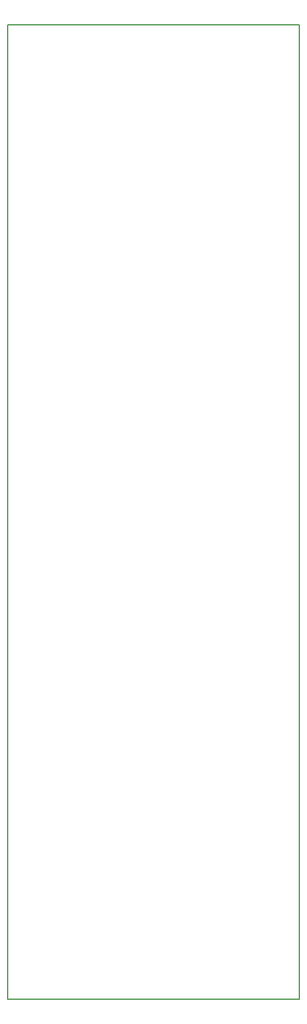
<source format=gbr>
%TF.GenerationSoftware,KiCad,Pcbnew,5.0.2-bee76a0~70~ubuntu16.04.1*%
%TF.CreationDate,2019-05-23T19:14:39-07:00*%
%TF.ProjectId,vfd_driver,7666645f-6472-4697-9665-722e6b696361,rev?*%
%TF.SameCoordinates,Original*%
%TF.FileFunction,Profile,NP*%
%FSLAX46Y46*%
G04 Gerber Fmt 4.6, Leading zero omitted, Abs format (unit mm)*
G04 Created by KiCad (PCBNEW 5.0.2-bee76a0~70~ubuntu16.04.1) date Thu 23 May 2019 07:14:39 PM PDT*
%MOMM*%
%LPD*%
G01*
G04 APERTURE LIST*
%ADD10C,0.150000*%
G04 APERTURE END LIST*
D10*
X50650000Y-35560000D02*
X92433000Y-35560000D01*
X92433000Y-175260000D02*
X50650000Y-175260000D01*
X50650000Y-175260000D02*
X50650000Y-35560000D01*
X92456000Y-35560000D02*
X92456000Y-175260000D01*
M02*

</source>
